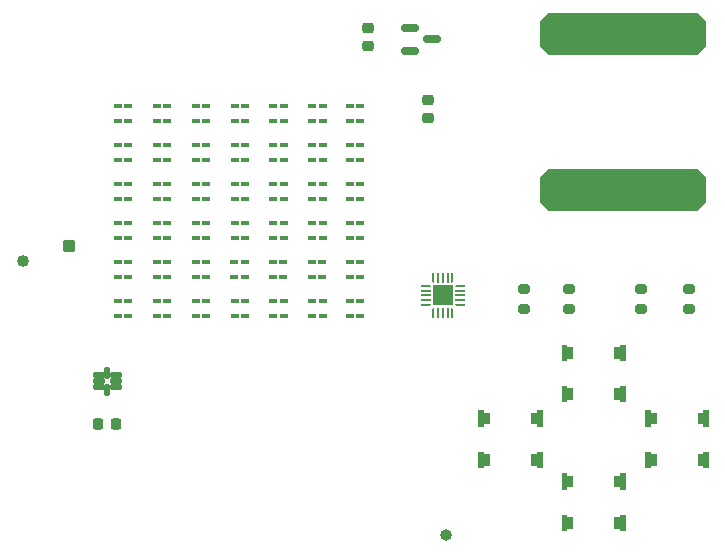
<source format=gbr>
%TF.GenerationSoftware,KiCad,Pcbnew,7.0.10*%
%TF.CreationDate,2024-03-13T20:43:01-04:00*%
%TF.ProjectId,Business Card,42757369-6e65-4737-9320-436172642e6b,rev?*%
%TF.SameCoordinates,Original*%
%TF.FileFunction,Soldermask,Top*%
%TF.FilePolarity,Negative*%
%FSLAX46Y46*%
G04 Gerber Fmt 4.6, Leading zero omitted, Abs format (unit mm)*
G04 Created by KiCad (PCBNEW 7.0.10) date 2024-03-13 20:43:01*
%MOMM*%
%LPD*%
G01*
G04 APERTURE LIST*
G04 Aperture macros list*
%AMRoundRect*
0 Rectangle with rounded corners*
0 $1 Rounding radius*
0 $2 $3 $4 $5 $6 $7 $8 $9 X,Y pos of 4 corners*
0 Add a 4 corners polygon primitive as box body*
4,1,4,$2,$3,$4,$5,$6,$7,$8,$9,$2,$3,0*
0 Add four circle primitives for the rounded corners*
1,1,$1+$1,$2,$3*
1,1,$1+$1,$4,$5*
1,1,$1+$1,$6,$7*
1,1,$1+$1,$8,$9*
0 Add four rect primitives between the rounded corners*
20,1,$1+$1,$2,$3,$4,$5,0*
20,1,$1+$1,$4,$5,$6,$7,0*
20,1,$1+$1,$6,$7,$8,$9,0*
20,1,$1+$1,$8,$9,$2,$3,0*%
%AMOutline5P*
0 Free polygon, 5 corners , with rotation*
0 The origin of the aperture is its center*
0 number of corners: always 5*
0 $1 to $10 corner X, Y*
0 $11 Rotation angle, in degrees counterclockwise*
0 create outline with 5 corners*
4,1,5,$1,$2,$3,$4,$5,$6,$7,$8,$9,$10,$1,$2,$11*%
%AMOutline6P*
0 Free polygon, 6 corners , with rotation*
0 The origin of the aperture is its center*
0 number of corners: always 6*
0 $1 to $12 corner X, Y*
0 $13 Rotation angle, in degrees counterclockwise*
0 create outline with 6 corners*
4,1,6,$1,$2,$3,$4,$5,$6,$7,$8,$9,$10,$11,$12,$1,$2,$13*%
%AMOutline7P*
0 Free polygon, 7 corners , with rotation*
0 The origin of the aperture is its center*
0 number of corners: always 7*
0 $1 to $14 corner X, Y*
0 $15 Rotation angle, in degrees counterclockwise*
0 create outline with 7 corners*
4,1,7,$1,$2,$3,$4,$5,$6,$7,$8,$9,$10,$11,$12,$13,$14,$1,$2,$15*%
%AMOutline8P*
0 Free polygon, 8 corners , with rotation*
0 The origin of the aperture is its center*
0 number of corners: always 8*
0 $1 to $16 corner X, Y*
0 $17 Rotation angle, in degrees counterclockwise*
0 create outline with 8 corners*
4,1,8,$1,$2,$3,$4,$5,$6,$7,$8,$9,$10,$11,$12,$13,$14,$15,$16,$1,$2,$17*%
%AMFreePoly0*
4,1,14,0.334644,0.085355,0.385355,0.034644,0.400000,-0.000711,0.400000,-0.050000,0.385355,-0.085355,0.350000,-0.100000,-0.350000,-0.100000,-0.385355,-0.085355,-0.400000,-0.050000,-0.400000,0.050000,-0.385355,0.085355,-0.350000,0.100000,0.299289,0.100000,0.334644,0.085355,0.334644,0.085355,$1*%
%AMFreePoly1*
4,1,14,0.385355,0.085355,0.400000,0.050000,0.400000,0.000711,0.385355,-0.034644,0.334644,-0.085355,0.299289,-0.100000,-0.350000,-0.100000,-0.385355,-0.085355,-0.400000,-0.050000,-0.400000,0.050000,-0.385355,0.085355,-0.350000,0.100000,0.350000,0.100000,0.385355,0.085355,0.385355,0.085355,$1*%
%AMFreePoly2*
4,1,14,0.085355,0.385355,0.100000,0.350000,0.100000,-0.350000,0.085355,-0.385355,0.050000,-0.400000,-0.050000,-0.400000,-0.085355,-0.385355,-0.100000,-0.350000,-0.100000,0.299289,-0.085355,0.334644,-0.034644,0.385355,0.000711,0.400000,0.050000,0.400000,0.085355,0.385355,0.085355,0.385355,$1*%
%AMFreePoly3*
4,1,14,0.034644,0.385355,0.085355,0.334644,0.100000,0.299289,0.100000,-0.350000,0.085355,-0.385355,0.050000,-0.400000,-0.050000,-0.400000,-0.085355,-0.385355,-0.100000,-0.350000,-0.100000,0.350000,-0.085355,0.385355,-0.050000,0.400000,-0.000711,0.400000,0.034644,0.385355,0.034644,0.385355,$1*%
%AMFreePoly4*
4,1,14,0.385355,0.085355,0.400000,0.050000,0.400000,-0.050000,0.385355,-0.085355,0.350000,-0.100000,-0.299289,-0.100000,-0.334644,-0.085355,-0.385355,-0.034644,-0.400000,0.000711,-0.400000,0.050000,-0.385355,0.085355,-0.350000,0.100000,0.350000,0.100000,0.385355,0.085355,0.385355,0.085355,$1*%
%AMFreePoly5*
4,1,14,0.385355,0.085355,0.400000,0.050000,0.400000,-0.050000,0.385355,-0.085355,0.350000,-0.100000,-0.350000,-0.100000,-0.385355,-0.085355,-0.400000,-0.050000,-0.400000,-0.000711,-0.385355,0.034644,-0.334644,0.085355,-0.299289,0.100000,0.350000,0.100000,0.385355,0.085355,0.385355,0.085355,$1*%
%AMFreePoly6*
4,1,14,0.085355,0.385355,0.100000,0.350000,0.100000,-0.299289,0.085355,-0.334644,0.034644,-0.385355,-0.000711,-0.400000,-0.050000,-0.400000,-0.085355,-0.385355,-0.100000,-0.350000,-0.100000,0.350000,-0.085355,0.385355,-0.050000,0.400000,0.050000,0.400000,0.085355,0.385355,0.085355,0.385355,$1*%
%AMFreePoly7*
4,1,14,0.085355,0.385355,0.100000,0.350000,0.100000,-0.350000,0.085355,-0.385355,0.050000,-0.400000,0.000711,-0.400000,-0.034644,-0.385355,-0.085355,-0.334644,-0.100000,-0.299289,-0.100000,0.350000,-0.085355,0.385355,-0.050000,0.400000,0.050000,0.400000,0.085355,0.385355,0.085355,0.385355,$1*%
G04 Aperture macros list end*
%ADD10C,0.010000*%
%ADD11RoundRect,0.025440X-0.431560X-0.186560X0.431560X-0.186560X0.431560X0.186560X-0.431560X0.186560X0*%
%ADD12RoundRect,0.025440X-0.426560X-0.186560X0.426560X-0.186560X0.426560X0.186560X-0.426560X0.186560X0*%
%ADD13RoundRect,0.025440X0.186560X-0.426560X0.186560X0.426560X-0.186560X0.426560X-0.186560X-0.426560X0*%
%ADD14RoundRect,0.025440X0.426560X0.186560X-0.426560X0.186560X-0.426560X-0.186560X0.426560X-0.186560X0*%
%ADD15RoundRect,0.025440X-0.186560X0.426560X-0.186560X-0.426560X0.186560X-0.426560X0.186560X0.426560X0*%
%ADD16R,0.650000X0.450000*%
%ADD17RoundRect,0.200000X0.275000X-0.200000X0.275000X0.200000X-0.275000X0.200000X-0.275000X-0.200000X0*%
%ADD18RoundRect,0.225000X0.250000X-0.225000X0.250000X0.225000X-0.250000X0.225000X-0.250000X-0.225000X0*%
%ADD19FreePoly0,180.000000*%
%ADD20RoundRect,0.050000X0.350000X0.050000X-0.350000X0.050000X-0.350000X-0.050000X0.350000X-0.050000X0*%
%ADD21FreePoly1,180.000000*%
%ADD22FreePoly2,180.000000*%
%ADD23RoundRect,0.050000X0.050000X0.350000X-0.050000X0.350000X-0.050000X-0.350000X0.050000X-0.350000X0*%
%ADD24FreePoly3,180.000000*%
%ADD25FreePoly4,180.000000*%
%ADD26FreePoly5,180.000000*%
%ADD27FreePoly6,180.000000*%
%ADD28FreePoly7,180.000000*%
%ADD29R,1.700000X1.700000*%
%ADD30RoundRect,0.150000X-0.587500X-0.150000X0.587500X-0.150000X0.587500X0.150000X-0.587500X0.150000X0*%
%ADD31O,1.000000X1.000000*%
%ADD32RoundRect,0.225000X0.225000X0.250000X-0.225000X0.250000X-0.225000X-0.250000X0.225000X-0.250000X0*%
%ADD33Outline8P,-7.000000X1.050000X-6.300000X1.750000X6.300000X1.750000X7.000000X1.050000X7.000000X-1.050000X6.300000X-1.750000X-6.300000X-1.750000X-7.000000X-1.050000X0.000000*%
%ADD34RoundRect,0.225000X-0.250000X0.225000X-0.250000X-0.225000X0.250000X-0.225000X0.250000X0.225000X0*%
%ADD35RoundRect,0.101600X-0.404000X0.404000X-0.404000X-0.404000X0.404000X-0.404000X0.404000X0.404000X0*%
%ADD36C,1.011200*%
G04 APERTURE END LIST*
%TO.C,S3*%
D10*
X158309000Y-110040000D02*
X158809000Y-110040000D01*
X158809000Y-110940000D01*
X158309000Y-110940000D01*
X158309000Y-111140000D01*
X157909000Y-111140000D01*
X157909000Y-109840000D01*
X158309000Y-109840000D01*
X158309000Y-110040000D01*
G36*
X158309000Y-110040000D02*
G01*
X158809000Y-110040000D01*
X158809000Y-110940000D01*
X158309000Y-110940000D01*
X158309000Y-111140000D01*
X157909000Y-111140000D01*
X157909000Y-109840000D01*
X158309000Y-109840000D01*
X158309000Y-110040000D01*
G37*
X158309000Y-113540000D02*
X158809000Y-113540000D01*
X158809000Y-114440000D01*
X158309000Y-114440000D01*
X158309000Y-114640000D01*
X157909000Y-114640000D01*
X157909000Y-113340000D01*
X158309000Y-113340000D01*
X158309000Y-113540000D01*
G36*
X158309000Y-113540000D02*
G01*
X158809000Y-113540000D01*
X158809000Y-114440000D01*
X158309000Y-114440000D01*
X158309000Y-114640000D01*
X157909000Y-114640000D01*
X157909000Y-113340000D01*
X158309000Y-113340000D01*
X158309000Y-113540000D01*
G37*
X163259000Y-111140000D02*
X162859000Y-111140000D01*
X162859000Y-110940000D01*
X162359000Y-110940000D01*
X162359000Y-110040000D01*
X162859000Y-110040000D01*
X162859000Y-109840000D01*
X163259000Y-109840000D01*
X163259000Y-111140000D01*
G36*
X163259000Y-111140000D02*
G01*
X162859000Y-111140000D01*
X162859000Y-110940000D01*
X162359000Y-110940000D01*
X162359000Y-110040000D01*
X162859000Y-110040000D01*
X162859000Y-109840000D01*
X163259000Y-109840000D01*
X163259000Y-111140000D01*
G37*
X163259000Y-114640000D02*
X162859000Y-114640000D01*
X162859000Y-114440000D01*
X162359000Y-114440000D01*
X162359000Y-113540000D01*
X162859000Y-113540000D01*
X162859000Y-113340000D01*
X163259000Y-113340000D01*
X163259000Y-114640000D01*
G36*
X163259000Y-114640000D02*
G01*
X162859000Y-114640000D01*
X162859000Y-114440000D01*
X162359000Y-114440000D01*
X162359000Y-113540000D01*
X162859000Y-113540000D01*
X162859000Y-113340000D01*
X163259000Y-113340000D01*
X163259000Y-114640000D01*
G37*
%TO.C,S2*%
X172421000Y-110040000D02*
X172921000Y-110040000D01*
X172921000Y-110940000D01*
X172421000Y-110940000D01*
X172421000Y-111140000D01*
X172021000Y-111140000D01*
X172021000Y-109840000D01*
X172421000Y-109840000D01*
X172421000Y-110040000D01*
G36*
X172421000Y-110040000D02*
G01*
X172921000Y-110040000D01*
X172921000Y-110940000D01*
X172421000Y-110940000D01*
X172421000Y-111140000D01*
X172021000Y-111140000D01*
X172021000Y-109840000D01*
X172421000Y-109840000D01*
X172421000Y-110040000D01*
G37*
X172421000Y-113540000D02*
X172921000Y-113540000D01*
X172921000Y-114440000D01*
X172421000Y-114440000D01*
X172421000Y-114640000D01*
X172021000Y-114640000D01*
X172021000Y-113340000D01*
X172421000Y-113340000D01*
X172421000Y-113540000D01*
G36*
X172421000Y-113540000D02*
G01*
X172921000Y-113540000D01*
X172921000Y-114440000D01*
X172421000Y-114440000D01*
X172421000Y-114640000D01*
X172021000Y-114640000D01*
X172021000Y-113340000D01*
X172421000Y-113340000D01*
X172421000Y-113540000D01*
G37*
X177371000Y-111140000D02*
X176971000Y-111140000D01*
X176971000Y-110940000D01*
X176471000Y-110940000D01*
X176471000Y-110040000D01*
X176971000Y-110040000D01*
X176971000Y-109840000D01*
X177371000Y-109840000D01*
X177371000Y-111140000D01*
G36*
X177371000Y-111140000D02*
G01*
X176971000Y-111140000D01*
X176971000Y-110940000D01*
X176471000Y-110940000D01*
X176471000Y-110040000D01*
X176971000Y-110040000D01*
X176971000Y-109840000D01*
X177371000Y-109840000D01*
X177371000Y-111140000D01*
G37*
X177371000Y-114640000D02*
X176971000Y-114640000D01*
X176971000Y-114440000D01*
X176471000Y-114440000D01*
X176471000Y-113540000D01*
X176971000Y-113540000D01*
X176971000Y-113340000D01*
X177371000Y-113340000D01*
X177371000Y-114640000D01*
G36*
X177371000Y-114640000D02*
G01*
X176971000Y-114640000D01*
X176971000Y-114440000D01*
X176471000Y-114440000D01*
X176471000Y-113540000D01*
X176971000Y-113540000D01*
X176971000Y-113340000D01*
X177371000Y-113340000D01*
X177371000Y-114640000D01*
G37*
%TO.C,S4*%
X165365000Y-115374000D02*
X165865000Y-115374000D01*
X165865000Y-116274000D01*
X165365000Y-116274000D01*
X165365000Y-116474000D01*
X164965000Y-116474000D01*
X164965000Y-115174000D01*
X165365000Y-115174000D01*
X165365000Y-115374000D01*
G36*
X165365000Y-115374000D02*
G01*
X165865000Y-115374000D01*
X165865000Y-116274000D01*
X165365000Y-116274000D01*
X165365000Y-116474000D01*
X164965000Y-116474000D01*
X164965000Y-115174000D01*
X165365000Y-115174000D01*
X165365000Y-115374000D01*
G37*
X165365000Y-118874000D02*
X165865000Y-118874000D01*
X165865000Y-119774000D01*
X165365000Y-119774000D01*
X165365000Y-119974000D01*
X164965000Y-119974000D01*
X164965000Y-118674000D01*
X165365000Y-118674000D01*
X165365000Y-118874000D01*
G36*
X165365000Y-118874000D02*
G01*
X165865000Y-118874000D01*
X165865000Y-119774000D01*
X165365000Y-119774000D01*
X165365000Y-119974000D01*
X164965000Y-119974000D01*
X164965000Y-118674000D01*
X165365000Y-118674000D01*
X165365000Y-118874000D01*
G37*
X170315000Y-116474000D02*
X169915000Y-116474000D01*
X169915000Y-116274000D01*
X169415000Y-116274000D01*
X169415000Y-115374000D01*
X169915000Y-115374000D01*
X169915000Y-115174000D01*
X170315000Y-115174000D01*
X170315000Y-116474000D01*
G36*
X170315000Y-116474000D02*
G01*
X169915000Y-116474000D01*
X169915000Y-116274000D01*
X169415000Y-116274000D01*
X169415000Y-115374000D01*
X169915000Y-115374000D01*
X169915000Y-115174000D01*
X170315000Y-115174000D01*
X170315000Y-116474000D01*
G37*
X170315000Y-119974000D02*
X169915000Y-119974000D01*
X169915000Y-119774000D01*
X169415000Y-119774000D01*
X169415000Y-118874000D01*
X169915000Y-118874000D01*
X169915000Y-118674000D01*
X170315000Y-118674000D01*
X170315000Y-119974000D01*
G36*
X170315000Y-119974000D02*
G01*
X169915000Y-119974000D01*
X169915000Y-119774000D01*
X169415000Y-119774000D01*
X169415000Y-118874000D01*
X169915000Y-118874000D01*
X169915000Y-118674000D01*
X170315000Y-118674000D01*
X170315000Y-119974000D01*
G37*
%TO.C,S1*%
X165365000Y-104480000D02*
X165865000Y-104480000D01*
X165865000Y-105380000D01*
X165365000Y-105380000D01*
X165365000Y-105580000D01*
X164965000Y-105580000D01*
X164965000Y-104280000D01*
X165365000Y-104280000D01*
X165365000Y-104480000D01*
G36*
X165365000Y-104480000D02*
G01*
X165865000Y-104480000D01*
X165865000Y-105380000D01*
X165365000Y-105380000D01*
X165365000Y-105580000D01*
X164965000Y-105580000D01*
X164965000Y-104280000D01*
X165365000Y-104280000D01*
X165365000Y-104480000D01*
G37*
X165365000Y-107980000D02*
X165865000Y-107980000D01*
X165865000Y-108880000D01*
X165365000Y-108880000D01*
X165365000Y-109080000D01*
X164965000Y-109080000D01*
X164965000Y-107780000D01*
X165365000Y-107780000D01*
X165365000Y-107980000D01*
G36*
X165365000Y-107980000D02*
G01*
X165865000Y-107980000D01*
X165865000Y-108880000D01*
X165365000Y-108880000D01*
X165365000Y-109080000D01*
X164965000Y-109080000D01*
X164965000Y-107780000D01*
X165365000Y-107780000D01*
X165365000Y-107980000D01*
G37*
X170315000Y-105580000D02*
X169915000Y-105580000D01*
X169915000Y-105380000D01*
X169415000Y-105380000D01*
X169415000Y-104480000D01*
X169915000Y-104480000D01*
X169915000Y-104280000D01*
X170315000Y-104280000D01*
X170315000Y-105580000D01*
G36*
X170315000Y-105580000D02*
G01*
X169915000Y-105580000D01*
X169915000Y-105380000D01*
X169415000Y-105380000D01*
X169415000Y-104480000D01*
X169915000Y-104480000D01*
X169915000Y-104280000D01*
X170315000Y-104280000D01*
X170315000Y-105580000D01*
G37*
X170315000Y-109080000D02*
X169915000Y-109080000D01*
X169915000Y-108880000D01*
X169415000Y-108880000D01*
X169415000Y-107980000D01*
X169915000Y-107980000D01*
X169915000Y-107780000D01*
X170315000Y-107780000D01*
X170315000Y-109080000D01*
G36*
X170315000Y-109080000D02*
G01*
X169915000Y-109080000D01*
X169915000Y-108880000D01*
X169415000Y-108880000D01*
X169415000Y-107980000D01*
X169915000Y-107980000D01*
X169915000Y-107780000D01*
X170315000Y-107780000D01*
X170315000Y-109080000D01*
G37*
%TD*%
D11*
%TO.C,U2*%
X125805000Y-106875000D03*
X125805000Y-107375000D03*
D12*
X125805000Y-107875000D03*
D13*
X126500000Y-108070000D03*
D14*
X127195000Y-107875000D03*
X127195000Y-107375000D03*
X127195000Y-106875000D03*
D15*
X126500000Y-106680000D03*
%TD*%
D16*
%TO.C,D18*%
X138156000Y-90678000D03*
X138156000Y-91928000D03*
X137306000Y-90678000D03*
X137306000Y-91928000D03*
%TD*%
%TO.C,D37*%
X144718000Y-100584000D03*
X144718000Y-101834000D03*
X143868000Y-100584000D03*
X143868000Y-101834000D03*
%TD*%
%TO.C,D25*%
X138156000Y-93980000D03*
X138156000Y-95230000D03*
X137306000Y-93980000D03*
X137306000Y-95230000D03*
%TD*%
%TO.C,D34*%
X131536000Y-97282000D03*
X131536000Y-98532000D03*
X130686000Y-97282000D03*
X130686000Y-98532000D03*
%TD*%
D17*
%TO.C,R4*%
X171704000Y-101218000D03*
X171704000Y-99568000D03*
%TD*%
D16*
%TO.C,D42*%
X128270000Y-100556000D03*
X128270000Y-101806000D03*
X127420000Y-100556000D03*
X127420000Y-101806000D03*
%TD*%
%TO.C,D22*%
X147916000Y-93980000D03*
X147916000Y-95230000D03*
X147066000Y-93980000D03*
X147066000Y-95230000D03*
%TD*%
%TO.C,D8*%
X147916000Y-87376000D03*
X147916000Y-88626000D03*
X147066000Y-87376000D03*
X147066000Y-88626000D03*
%TD*%
%TO.C,D19*%
X134874000Y-90678000D03*
X134874000Y-91928000D03*
X134024000Y-90678000D03*
X134024000Y-91928000D03*
%TD*%
%TO.C,D13*%
X131578000Y-87376000D03*
X131578000Y-88626000D03*
X130728000Y-87376000D03*
X130728000Y-88626000D03*
%TD*%
D18*
%TO.C,C2*%
X153670000Y-85116000D03*
X153670000Y-83566000D03*
%TD*%
D16*
%TO.C,D33*%
X134832000Y-97282000D03*
X134832000Y-98532000D03*
X133982000Y-97282000D03*
X133982000Y-98532000D03*
%TD*%
%TO.C,D41*%
X131578000Y-100584000D03*
X131578000Y-101834000D03*
X130728000Y-100584000D03*
X130728000Y-101834000D03*
%TD*%
%TO.C,D21*%
X128270000Y-90650000D03*
X128270000Y-91900000D03*
X127420000Y-90650000D03*
X127420000Y-91900000D03*
%TD*%
%TO.C,D15*%
X147916000Y-90678000D03*
X147916000Y-91928000D03*
X147066000Y-90678000D03*
X147066000Y-91928000D03*
%TD*%
%TO.C,D3*%
X141416000Y-84094000D03*
X141416000Y-85344000D03*
X140566000Y-84094000D03*
X140566000Y-85344000D03*
%TD*%
D19*
%TO.C,U1*%
X156351800Y-100899200D03*
D20*
X156351800Y-100499200D03*
X156351800Y-100099200D03*
X156351800Y-99699200D03*
D21*
X156351800Y-99299200D03*
D22*
X155701800Y-98649200D03*
D23*
X155301800Y-98649200D03*
X154901800Y-98649200D03*
X154501800Y-98649200D03*
D24*
X154101800Y-98649200D03*
D25*
X153451800Y-99299200D03*
D20*
X153451800Y-99699200D03*
X153451800Y-100099200D03*
X153451800Y-100499200D03*
D26*
X153451800Y-100899200D03*
D27*
X154101800Y-101549200D03*
D23*
X154501800Y-101549200D03*
X154901800Y-101549200D03*
X155301800Y-101549200D03*
D28*
X155701800Y-101549200D03*
D29*
X154901800Y-100099200D03*
%TD*%
D16*
%TO.C,D39*%
X138156000Y-100584000D03*
X138156000Y-101834000D03*
X137306000Y-100584000D03*
X137306000Y-101834000D03*
%TD*%
D30*
%TO.C,Q1*%
X152146000Y-77470000D03*
X152146000Y-79370000D03*
X154021000Y-78420000D03*
%TD*%
D16*
%TO.C,D31*%
X141374000Y-97302000D03*
X141374000Y-98552000D03*
X140524000Y-97302000D03*
X140524000Y-98552000D03*
%TD*%
%TO.C,D7*%
X128270000Y-84074000D03*
X128270000Y-85324000D03*
X127420000Y-84074000D03*
X127420000Y-85324000D03*
%TD*%
%TO.C,D11*%
X138156000Y-87376000D03*
X138156000Y-88626000D03*
X137306000Y-87376000D03*
X137306000Y-88626000D03*
%TD*%
D31*
%TO.C,J1*%
X155214000Y-120376000D03*
%TD*%
D16*
%TO.C,D17*%
X141416000Y-90698000D03*
X141416000Y-91948000D03*
X140566000Y-90698000D03*
X140566000Y-91948000D03*
%TD*%
%TO.C,D10*%
X141416000Y-87396000D03*
X141416000Y-88646000D03*
X140566000Y-87396000D03*
X140566000Y-88646000D03*
%TD*%
%TO.C,D40*%
X134874000Y-100584000D03*
X134874000Y-101834000D03*
X134024000Y-100584000D03*
X134024000Y-101834000D03*
%TD*%
D17*
%TO.C,R3*%
X161798000Y-101218000D03*
X161798000Y-99568000D03*
%TD*%
D16*
%TO.C,D30*%
X144676000Y-97282000D03*
X144676000Y-98532000D03*
X143826000Y-97282000D03*
X143826000Y-98532000D03*
%TD*%
%TO.C,D23*%
X144718000Y-93980000D03*
X144718000Y-95230000D03*
X143868000Y-93980000D03*
X143868000Y-95230000D03*
%TD*%
%TO.C,D20*%
X131578000Y-90678000D03*
X131578000Y-91928000D03*
X130728000Y-90678000D03*
X130728000Y-91928000D03*
%TD*%
%TO.C,D6*%
X131578000Y-84074000D03*
X131578000Y-85324000D03*
X130728000Y-84074000D03*
X130728000Y-85324000D03*
%TD*%
D17*
%TO.C,R1*%
X165608000Y-101218000D03*
X165608000Y-99568000D03*
%TD*%
D16*
%TO.C,D35*%
X128228000Y-97254000D03*
X128228000Y-98504000D03*
X127378000Y-97254000D03*
X127378000Y-98504000D03*
%TD*%
%TO.C,D24*%
X141416000Y-94000000D03*
X141416000Y-95250000D03*
X140566000Y-94000000D03*
X140566000Y-95250000D03*
%TD*%
%TO.C,D9*%
X144718000Y-87376000D03*
X144718000Y-88626000D03*
X143868000Y-87376000D03*
X143868000Y-88626000D03*
%TD*%
%TO.C,D28*%
X128270000Y-93952000D03*
X128270000Y-95202000D03*
X127420000Y-93952000D03*
X127420000Y-95202000D03*
%TD*%
%TO.C,D12*%
X134874000Y-87376000D03*
X134874000Y-88626000D03*
X134024000Y-87376000D03*
X134024000Y-88626000D03*
%TD*%
D17*
%TO.C,R2*%
X175768000Y-101218000D03*
X175768000Y-99568000D03*
%TD*%
D16*
%TO.C,D4*%
X138156000Y-84074000D03*
X138156000Y-85324000D03*
X137306000Y-84074000D03*
X137306000Y-85324000D03*
%TD*%
%TO.C,D26*%
X134874000Y-93980000D03*
X134874000Y-95230000D03*
X134024000Y-93980000D03*
X134024000Y-95230000D03*
%TD*%
%TO.C,D32*%
X138114000Y-97282000D03*
X138114000Y-98532000D03*
X137264000Y-97282000D03*
X137264000Y-98532000D03*
%TD*%
%TO.C,D38*%
X141416000Y-100604000D03*
X141416000Y-101854000D03*
X140566000Y-100604000D03*
X140566000Y-101854000D03*
%TD*%
D32*
%TO.C,C3*%
X127267000Y-110998000D03*
X125717000Y-110998000D03*
%TD*%
D16*
%TO.C,D5*%
X134874000Y-84074000D03*
X134874000Y-85324000D03*
X134024000Y-84074000D03*
X134024000Y-85324000D03*
%TD*%
%TO.C,D36*%
X147916000Y-100584000D03*
X147916000Y-101834000D03*
X147066000Y-100584000D03*
X147066000Y-101834000D03*
%TD*%
%TO.C,D16*%
X144718000Y-90678000D03*
X144718000Y-91928000D03*
X143868000Y-90678000D03*
X143868000Y-91928000D03*
%TD*%
%TO.C,D29*%
X147874000Y-97282000D03*
X147874000Y-98532000D03*
X147024000Y-97282000D03*
X147024000Y-98532000D03*
%TD*%
%TO.C,D14*%
X128270000Y-87348000D03*
X128270000Y-88598000D03*
X127420000Y-87348000D03*
X127420000Y-88598000D03*
%TD*%
%TO.C,D2*%
X144718000Y-84074000D03*
X144718000Y-85324000D03*
X143868000Y-84074000D03*
X143868000Y-85324000D03*
%TD*%
D33*
%TO.C,BT1*%
X170180000Y-77978000D03*
X170180000Y-91208000D03*
%TD*%
D16*
%TO.C,D1*%
X147916000Y-84074000D03*
X147916000Y-85324000D03*
X147066000Y-84074000D03*
X147066000Y-85324000D03*
%TD*%
D34*
%TO.C,C1*%
X148590000Y-77470000D03*
X148590000Y-79020000D03*
%TD*%
D16*
%TO.C,D27*%
X131578000Y-93980000D03*
X131578000Y-95230000D03*
X130728000Y-93980000D03*
X130728000Y-95230000D03*
%TD*%
D35*
%TO.C,ANT1*%
X123285000Y-95900000D03*
D36*
X119380000Y-97155000D03*
%TD*%
M02*

</source>
